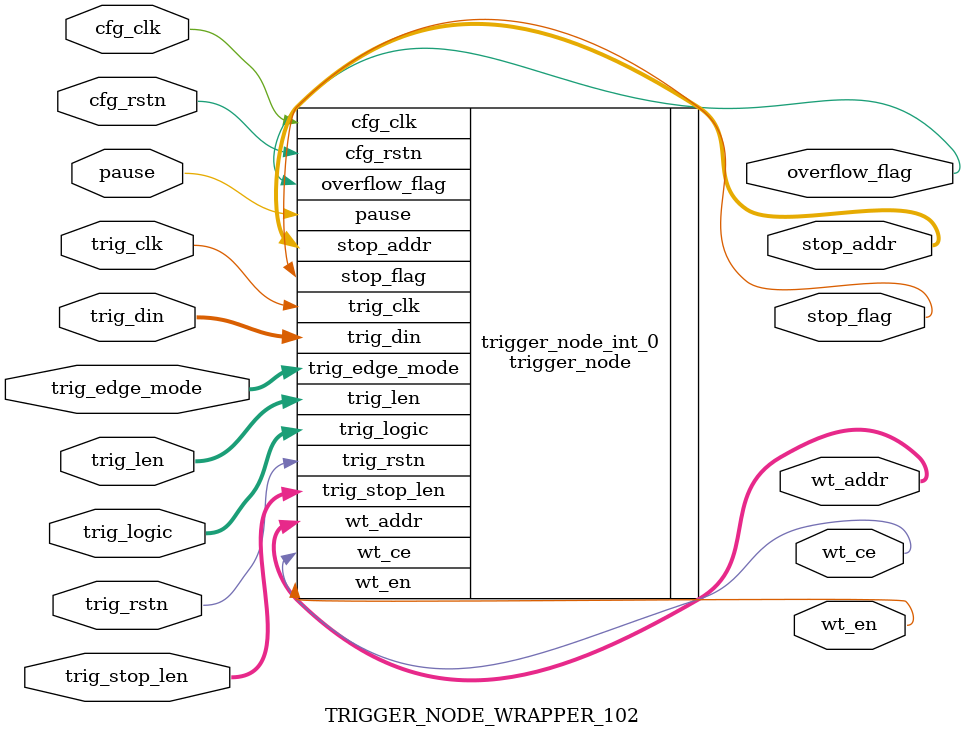
<source format=v>
module CFG_INT_WRAPPER(jtdi, jtck, jrstn, jrti, jscan, jshift, jupdate, jtdo, status, control);
	localparam DEFAULT_CTRL_LEN = 328;
	localparam DEFAULT_STAT_LEN = 18;
	localparam DEFAULT_TRIG_NUM = 1;
	input jtdi;
	input jtck;
	input jrstn;
	input jshift;
	input jupdate;
	input [1:0] jrti;
	input [1:0] jscan;
	input [DEFAULT_STAT_LEN-1:0] status;
	output [1:0] jtdo;
	output [DEFAULT_CTRL_LEN-1:0] control;

	cfg_int #(.INT_CTRL_REG_LEN(DEFAULT_CTRL_LEN), .INT_STAT_REG_LEN(DEFAULT_STAT_LEN), .INT_TRIG_NUM(DEFAULT_TRIG_NUM))
	 wrapper_cfg_inst(
		.jtdi(jtdi),
		.jtck(jtck),
		.jrstn(jrstn),
		.jrti(jrti),
		.jscan(jscan),
		.jshift(jshift),
		.jupdate(jupdate),
		.status(status),
		.jtdo(jtdo),
		.control(control)
	);
endmodule


module TRIGGER_NODE_WRAPPER_102(trig_clk, trig_rstn, pause, trig_logic, trig_din, trig_edge_mode, trig_len, trig_stop_len, cfg_clk, cfg_rstn, overflow_flag, stop_flag, stop_addr,  wt_ce, wt_en, wt_addr);
	localparam DEFAULT_DET_NUM = 102;
	localparam DEFAULT_STOP_LEN = 256;
	input [DEFAULT_DET_NUM-1:0] trig_din;
	input trig_clk;
	input trig_rstn;
	input pause;
	input [1:0] trig_logic;
	input [DEFAULT_DET_NUM*3-1:0] trig_edge_mode;
	input [15:0] trig_len;
	input [1:0] trig_stop_len;
	input cfg_clk;
	input cfg_rstn;
	output overflow_flag;
	output stop_flag;
	output [15:0] stop_addr;
	output [15:0] wt_addr;
	output wt_en;
	output wt_ce;

	trigger_node #(.DET_NUM(DEFAULT_DET_NUM), .STOP_LEN(DEFAULT_STOP_LEN))
	 trigger_node_int_0(
		.trig_din(trig_din),
		.trig_clk(trig_clk),
		.trig_rstn(trig_rstn),
		.pause(pause),
		.trig_logic(trig_logic),
		.trig_edge_mode(trig_edge_mode),
		.trig_len(trig_len),
		.trig_stop_len(trig_stop_len),
		.cfg_clk(cfg_clk),
		.cfg_rstn(cfg_rstn),
		.overflow_flag(overflow_flag),
		.stop_flag(stop_flag),
		.stop_addr(stop_addr),
		.wt_addr(wt_addr),
		.wt_en(wt_en),
		.wt_ce(wt_ce)
	);
endmodule



</source>
